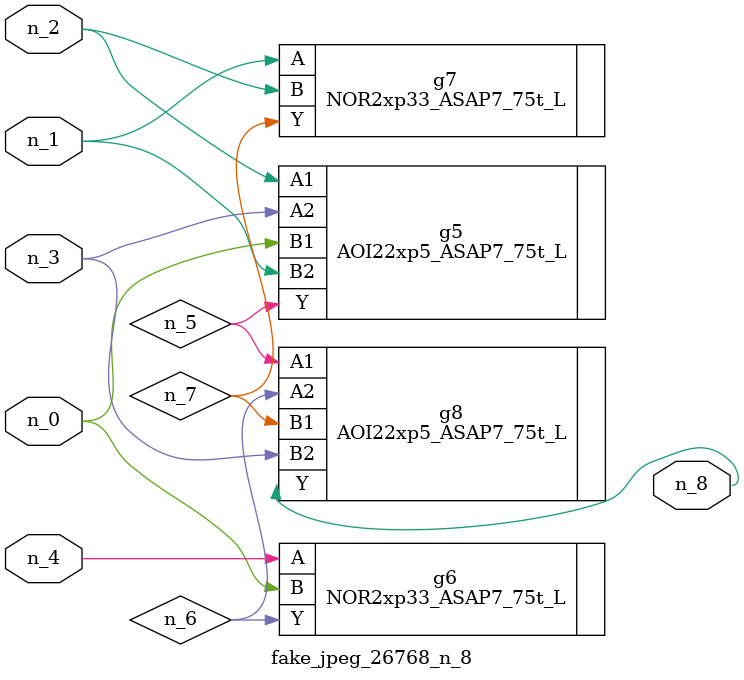
<source format=v>
module fake_jpeg_26768_n_8 (n_3, n_2, n_1, n_0, n_4, n_8);

input n_3;
input n_2;
input n_1;
input n_0;
input n_4;

output n_8;

wire n_6;
wire n_5;
wire n_7;

AOI22xp5_ASAP7_75t_L g5 ( 
.A1(n_2),
.A2(n_3),
.B1(n_0),
.B2(n_1),
.Y(n_5)
);

NOR2xp33_ASAP7_75t_L g6 ( 
.A(n_4),
.B(n_0),
.Y(n_6)
);

NOR2xp33_ASAP7_75t_L g7 ( 
.A(n_1),
.B(n_2),
.Y(n_7)
);

AOI22xp5_ASAP7_75t_L g8 ( 
.A1(n_5),
.A2(n_6),
.B1(n_7),
.B2(n_3),
.Y(n_8)
);


endmodule
</source>
